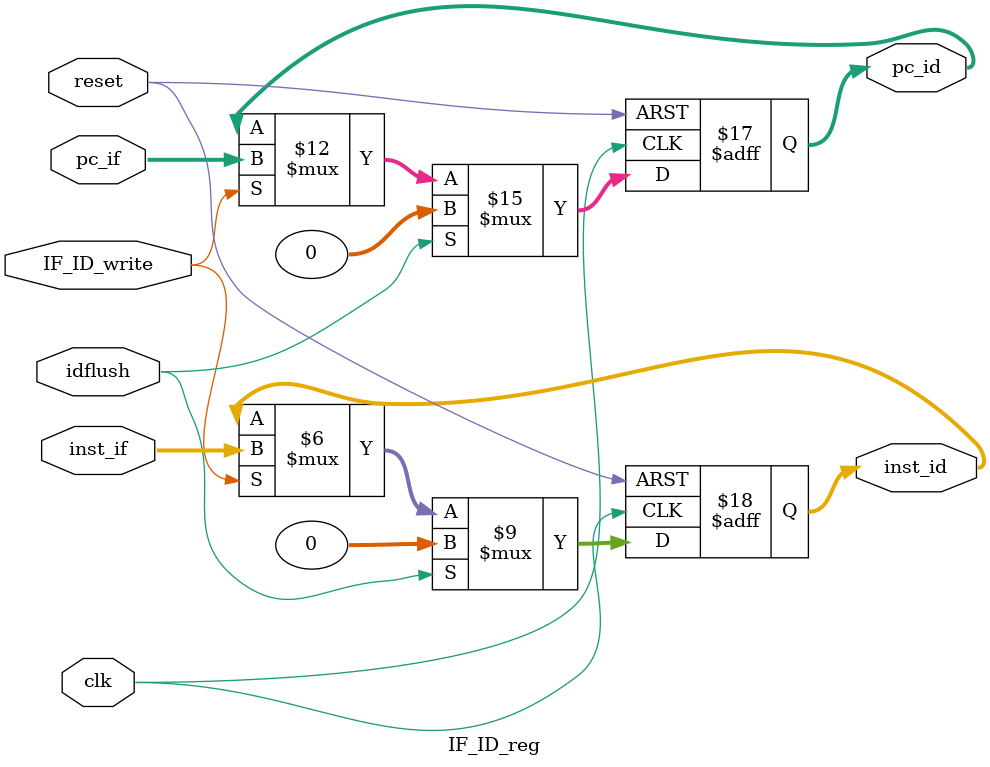
<source format=v>
`timescale 1ns / 1ps


module IF_ID_reg(
 input [31:0] pc_if,//used in ID stage, serve for beq, bne, j
 input [31:0]inst_if,
 input reset,
 input idflush,// decide whether to make all the things to 0
 input clk,
 input IF_ID_write,//decide whether to update
 output reg [31:0] pc_id,
 output reg [31:0] inst_id

 
    );
    
  always @ (posedge clk or posedge reset )
    begin
        if (reset==1)
        begin
           pc_id<=32'b0;
            inst_id<=32'b0;
         end
        else if( idflush== 1'b1)
           begin
            pc_id<=32'b0;
            inst_id<=32'b0;
           end
        else if (IF_ID_write==0)
           begin
            pc_id<=pc_id;
            inst_id<=inst_id;
           end 
        else
        begin
            pc_id<=pc_if;
            inst_id<=inst_if;
        end
    end
endmodule

</source>
